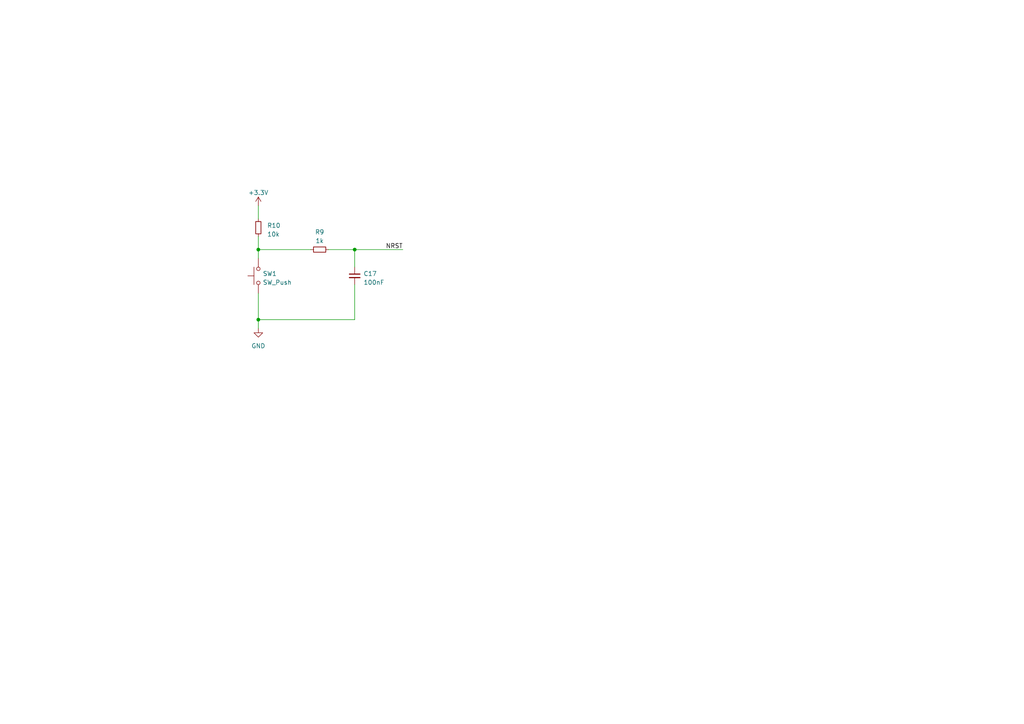
<source format=kicad_sch>
(kicad_sch (version 20230121) (generator eeschema)
  (paper "A4")
  (lib_symbols
    (symbol "Device:C_Small" (pin_numbers hide) (pin_names (offset 0.254) hide)
      (property "Reference" "C" (at 0.254 1.778 0))
      (property "Value" "C_Small" (at 0.254 -2.032 0))
      (symbol "C_Small_0_1"
        (polyline (pts (xy -1.524 -0.508) (xy 1.524 -0.508)) (stroke (width 0.3302)))
        (polyline (pts (xy -1.524 0.508) (xy 1.524 0.508)) (stroke (width 0.3048)))
      )
      (symbol "C_Small_1_1"
        (pin passive line (at 0 2.54 270) (length 2.032) (name "~") (number "1"))
        (pin passive line (at 0 -2.54 90) (length 2.032) (name "~") (number "2"))
      )
    )
    (symbol "Device:R_Small" (pin_numbers hide) (pin_names (offset 0.254) hide)
      (property "Reference" "R" (at 0.762 0.508 0))
      (property "Value" "R_Small" (at 0.762 -1.016 0))
      (symbol "R_Small_0_1"
        (rectangle (start -0.762 1.778) (end 0.762 -1.778) (stroke (width 0.2032)))
      )
      (symbol "R_Small_1_1"
        (pin passive line (at 0 2.54 270) (length 0.762) (name "~") (number "1"))
        (pin passive line (at 0 -2.54 90) (length 0.762) (name "~") (number "2"))
      )
    )
    (symbol "Switch:SW_Push" (pin_numbers hide) (pin_names (offset 1.016) hide)
      (property "Reference" "SW" (at 1.27 2.54 0))
      (property "Value" "SW_Push" (at 0 -1.524 0))
      (symbol "SW_Push_0_1"
        (circle (center -2.032 0) (radius 0.508))
        (polyline (pts (xy 0 1.27) (xy 0 3.048)))
        (polyline (pts (xy 2.54 1.27) (xy -2.54 1.27)))
        (circle (center 2.032 0) (radius 0.508))
        (pin passive line (at -5.08 0 0) (length 2.54) (name "1") (number "1"))
        (pin passive line (at 5.08 0 180) (length 2.54) (name "2") (number "2"))
      )
    )
    (symbol "power:+3.3V" (power) (pin_names (offset 0))
      (property "Value" "+3.3V" (at 0 3.556 0))
      (symbol "+3.3V_0_1"
        (polyline (pts (xy -0.762 1.27) (xy 0 2.54)))
        (polyline (pts (xy 0 0) (xy 0 2.54)))
        (polyline (pts (xy 0 2.54) (xy 0.762 1.27)))
      )
      (symbol "+3.3V_1_1"
        (pin power_in line (at 0 0 90) (length 0) hide (name "+3.3V") (number "1"))
      )
    )
    (symbol "power:GND" (power) (pin_names (offset 0))
      (property "Value" "GND" (at 0 -3.81 0))
      (symbol "GND_0_1"
        (polyline (pts (xy 0 0) (xy 0 -1.27) (xy 1.27 -1.27) (xy 0 -2.54) (xy -1.27 -1.27) (xy 0 -1.27)))
      )
      (symbol "GND_1_1"
        (pin power_in line (at 0 0 270) (length 0) hide (name "GND") (number "1"))
      )
    )
  )
  (junction (at 74.93 92.71))
  (junction (at 74.93 72.39))
  (junction (at 102.87 72.39))
  (wire (pts (xy 74.93 59.69) (xy 74.93 63.5)))
  (wire (pts (xy 74.93 72.39) (xy 74.93 74.93)))
  (wire (pts (xy 74.93 68.58) (xy 74.93 72.39)))
  (wire (pts (xy 74.93 72.39) (xy 90.17 72.39)))
  (wire (pts (xy 74.93 95.25) (xy 74.93 92.71)))
  (wire (pts (xy 95.25 72.39) (xy 102.87 72.39)))
  (wire (pts (xy 102.87 72.39) (xy 116.84 72.39)))
  (wire (pts (xy 74.93 92.71) (xy 74.93 85.09)))
  (wire (pts (xy 102.87 92.71) (xy 74.93 92.71)))
  (wire (pts (xy 102.87 82.55) (xy 102.87 92.71)))
  (wire (pts (xy 102.87 72.39) (xy 102.87 77.47)))
  (label "NRST" (at 116.84 72.39 180))
  (symbol (lib_id "Device:R_Small") (at 74.93 66.04 0) (unit 1)
    (property "Reference" "R10" (at 77.47 65.405 0) (effects (justify left)))
    (property "Value" "10k" (at 77.47 67.945 0) (effects (justify left)))
  )
  (symbol (lib_id "Device:C_Small") (at 102.87 80.01 0) (unit 1)
    (property "Reference" "C17" (at 105.41 79.3813 0) (effects (justify left)))
    (property "Value" "100nF" (at 105.41 81.9213 0) (effects (justify left)))
  )
  (symbol (lib_id "Device:R_Small") (at 92.71 72.39 90) (unit 1)
    (property "Reference" "R9" (at 92.71 67.31 90))
    (property "Value" "1k" (at 92.71 69.85 90))
  )
  (symbol (lib_id "power:GND") (at 74.93 95.25 0) (unit 1)
    (property "Reference" "#PWR015" (effects hide))
    (property "Value" "GND" (at 74.93 100.33 0))
  )
  (symbol (lib_id "power:+3.3V") (at 74.93 59.69 0) (unit 1)
    (property "Reference" "#PWR013" (effects hide))
    (property "Value" "+3.3V" (at 74.93 55.88 0))
  )
  (symbol (lib_id "Switch:SW_Push") (at 74.93 80.01 90) (unit 1)
    (property "Reference" "SW1" (at 76.2 79.375 90) (effects (justify right)))
    (property "Value" "SW_Push" (at 76.2 81.915 90) (effects (justify right)))
  )
)
</source>
